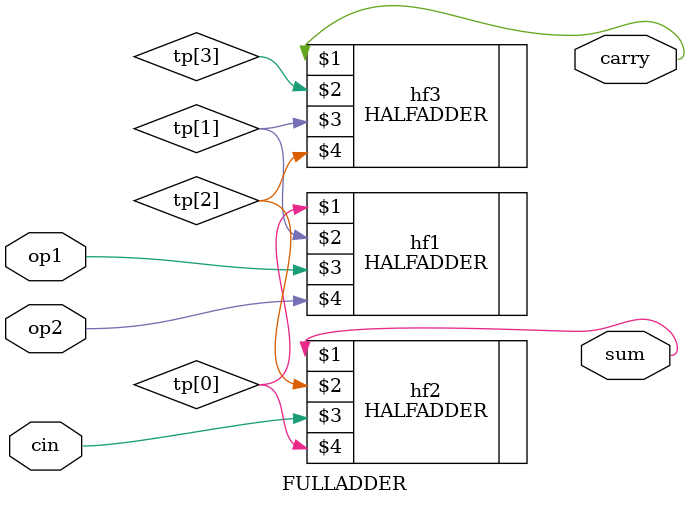
<source format=v>
module FULLADDER(sum,carry,op1,op2,cin);
	input wire op1,op2,cin;
	output wire sum,carry;
	wire tp[3:0];
	HALFADDER hf1(tp[0],tp[1],op1,op2);
	HALFADDER hf2(sum,tp[2],cin,tp[0]);
	HALFADDER hf3(carry,tp[3],tp[1],tp[2]);
endmodule

</source>
